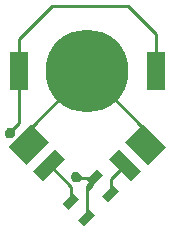
<source format=gtl>
G04 #@! TF.FileFunction,Copper,L1,Top,Signal*
%FSLAX46Y46*%
G04 Gerber Fmt 4.6, Leading zero omitted, Abs format (unit mm)*
G04 Created by KiCad (PCBNEW 4.0.2+dfsg1-stable) date Tue 27 Nov 2018 02:44:50 AM EST*
%MOMM*%
G01*
G04 APERTURE LIST*
%ADD10C,0.100000*%
%ADD11C,7.000000*%
%ADD12R,1.500000X3.200000*%
%ADD13C,0.600000*%
%ADD14C,0.250000*%
G04 APERTURE END LIST*
D10*
D11*
X147000000Y-96500000D03*
D12*
X141200000Y-96500000D03*
X152800000Y-96500000D03*
D10*
G36*
X149714858Y-106631619D02*
X148795619Y-107550858D01*
X148300644Y-107055883D01*
X149219883Y-106136644D01*
X149714858Y-106631619D01*
X149714858Y-106631619D01*
G37*
G36*
X148371356Y-105288117D02*
X147452117Y-106207356D01*
X146957142Y-105712381D01*
X147876381Y-104793142D01*
X148371356Y-105288117D01*
X148371356Y-105288117D01*
G37*
G36*
X144925142Y-107744381D02*
X145844381Y-106825142D01*
X146339356Y-107320117D01*
X145420117Y-108239356D01*
X144925142Y-107744381D01*
X144925142Y-107744381D01*
G37*
G36*
X146268644Y-109087883D02*
X147187883Y-108168644D01*
X147682858Y-108663619D01*
X146763619Y-109582858D01*
X146268644Y-109087883D01*
X146268644Y-109087883D01*
G37*
G36*
X151766396Y-100959415D02*
X153675585Y-102868604D01*
X152119950Y-104424239D01*
X150210761Y-102515050D01*
X151766396Y-100959415D01*
X151766396Y-100959415D01*
G37*
G36*
X149680431Y-103045381D02*
X151589619Y-104954569D01*
X150741091Y-105803097D01*
X148831903Y-103893909D01*
X149680431Y-103045381D01*
X149680431Y-103045381D01*
G37*
G36*
X140329415Y-102868604D02*
X142238604Y-100959415D01*
X143794239Y-102515050D01*
X141885050Y-104424239D01*
X140329415Y-102868604D01*
X140329415Y-102868604D01*
G37*
G36*
X142415381Y-104954569D02*
X144324569Y-103045381D01*
X145173097Y-103893909D01*
X143263909Y-105803097D01*
X142415381Y-104954569D01*
X142415381Y-104954569D01*
G37*
D13*
X140400000Y-101700000D03*
X146000000Y-105400000D03*
D14*
X149007751Y-106843751D02*
X149007751Y-105627249D01*
X149007751Y-105627249D02*
X150210761Y-104424239D01*
X145632249Y-107532249D02*
X145632249Y-106262249D01*
X145632249Y-106262249D02*
X143921239Y-104551239D01*
X143921239Y-103789239D02*
X143921239Y-104551239D01*
X140700000Y-101400000D02*
X140300000Y-101400000D01*
X140700000Y-101900000D02*
X140700000Y-101400000D01*
X140600000Y-102000000D02*
X140700000Y-101900000D01*
X140200000Y-102000000D02*
X140600000Y-102000000D01*
X140100000Y-101900000D02*
X140200000Y-102000000D01*
X140100000Y-101600000D02*
X140100000Y-101900000D01*
X140300000Y-101400000D02*
X140100000Y-101600000D01*
X146400000Y-105500249D02*
X146400000Y-105400000D01*
X146200000Y-105700000D02*
X146399751Y-105500249D01*
X145900000Y-105700000D02*
X146200000Y-105700000D01*
X145700000Y-105500000D02*
X145900000Y-105700000D01*
X145700000Y-105300000D02*
X145700000Y-105500000D01*
X145900000Y-105100000D02*
X145700000Y-105300000D01*
X146100000Y-105100000D02*
X145900000Y-105100000D01*
X146400000Y-105400000D02*
X146100000Y-105100000D01*
X141200000Y-96500000D02*
X141200000Y-100900000D01*
X141200000Y-100900000D02*
X140700000Y-101400000D01*
X140700000Y-101400000D02*
X140400000Y-101700000D01*
X146000000Y-105400000D02*
X146100249Y-105500249D01*
X146100249Y-105500249D02*
X146399751Y-105500249D01*
X146400000Y-105500249D02*
X147664249Y-105500249D01*
X146975751Y-108875751D02*
X146975751Y-106188747D01*
X146975751Y-106188747D02*
X147664249Y-105500249D01*
X146975751Y-107605751D02*
X146975751Y-106524249D01*
X146975751Y-106524249D02*
X147410249Y-106089751D01*
X152800000Y-96500000D02*
X152800000Y-93300000D01*
X141200000Y-93800000D02*
X141200000Y-96500000D01*
X144000000Y-91000000D02*
X141200000Y-93800000D01*
X150500000Y-91000000D02*
X144000000Y-91000000D01*
X152800000Y-93300000D02*
X150500000Y-91000000D01*
X151943173Y-102691827D02*
X151943173Y-101443173D01*
X151943173Y-101443173D02*
X147000000Y-96500000D01*
X142061827Y-102691827D02*
X142061827Y-101438173D01*
X142061827Y-101438173D02*
X147000000Y-96500000D01*
X141478000Y-102108000D02*
X142061827Y-102691827D01*
X141478000Y-102108000D02*
X142061827Y-102691827D01*
M02*

</source>
